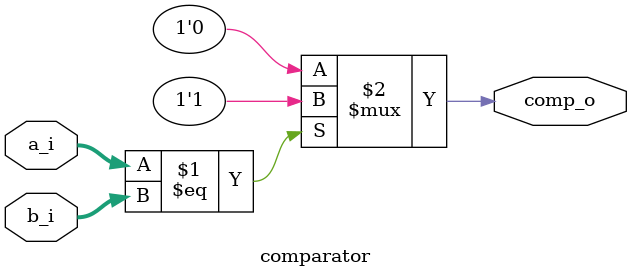
<source format=sv>
module comparator #(
    parameter int unsigned DataWidth = 32
) (
    input  [DataWidth-1:0] a_i,
    input  [DataWidth-1:0] b_i,
    output                 comp_o
);
    assign comp_o = (a_i == b_i) ? 1'b1 : 1'b0;

endmodule

</source>
